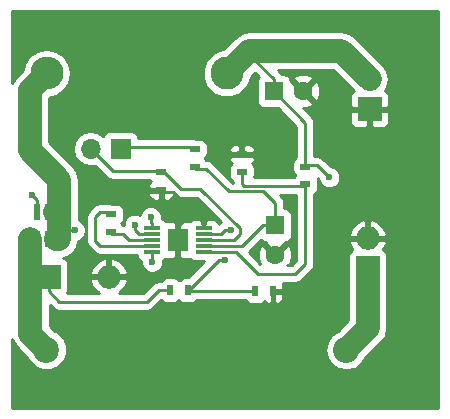
<source format=gbr>
G04 #@! TF.FileFunction,Copper,L1,Top,Signal*
%FSLAX46Y46*%
G04 Gerber Fmt 4.6, Leading zero omitted, Abs format (unit mm)*
G04 Created by KiCad (PCBNEW 4.0.6) date Tuesday, 18 July 2017 'PMt' 23:15:14*
%MOMM*%
%LPD*%
G01*
G04 APERTURE LIST*
%ADD10C,0.100000*%
%ADD11O,1.998980X1.998980*%
%ADD12R,1.998980X1.998980*%
%ADD13R,1.700000X1.700000*%
%ADD14O,1.700000X1.700000*%
%ADD15C,2.200000*%
%ADD16O,2.200000X2.200000*%
%ADD17R,0.600000X1.400000*%
%ADD18R,1.371600X0.330200*%
%ADD19R,1.727200X1.905000*%
%ADD20R,1.600000X1.600000*%
%ADD21C,1.600000*%
%ADD22R,2.000000X2.000000*%
%ADD23O,2.000000X2.000000*%
%ADD24C,2.800000*%
%ADD25O,2.800000X2.800000*%
%ADD26R,0.900000X0.500000*%
%ADD27R,0.500000X0.900000*%
%ADD28C,0.600000*%
%ADD29C,0.250000*%
%ADD30C,2.000000*%
%ADD31C,0.254000*%
G04 APERTURE END LIST*
D10*
D11*
X170810000Y-124950000D03*
D12*
X170810000Y-127490000D03*
D11*
X170960000Y-111480000D03*
D12*
X170960000Y-114020000D03*
D13*
X149880000Y-117370000D03*
D14*
X147340000Y-117370000D03*
D15*
X143600000Y-134400000D03*
D16*
X169000000Y-134400000D03*
D17*
X144700000Y-122705000D03*
X143750000Y-122705000D03*
X142800000Y-122705000D03*
X144700000Y-125035000D03*
X143750000Y-125035000D03*
X142800000Y-125035000D03*
D18*
X156914400Y-126090600D03*
X156914400Y-125608000D03*
X156914400Y-125100000D03*
X156914400Y-124592000D03*
X156914400Y-124109400D03*
X152545600Y-124109400D03*
X152545600Y-124592000D03*
X152545600Y-125100000D03*
X152545600Y-125608000D03*
X152545600Y-126090600D03*
D19*
X154730000Y-125100000D03*
D20*
X162980000Y-123870000D03*
D21*
X162980000Y-126370000D03*
D20*
X162840000Y-112510000D03*
D21*
X165340000Y-112510000D03*
D22*
X143810000Y-128210000D03*
D23*
X148890000Y-128210000D03*
D24*
X158870000Y-111000000D03*
D25*
X143630000Y-111000000D03*
D26*
X165530000Y-120400000D03*
X165530000Y-118900000D03*
X160150000Y-119360000D03*
X160150000Y-117860000D03*
D27*
X154080000Y-129380000D03*
X155580000Y-129380000D03*
D26*
X153320000Y-119380000D03*
X153320000Y-120880000D03*
X156150000Y-118920000D03*
X156150000Y-117420000D03*
D27*
X161290000Y-129440000D03*
X162790000Y-129440000D03*
D26*
X149100000Y-122920000D03*
X149100000Y-124420000D03*
D28*
X161671000Y-118046500D03*
X155818500Y-122809000D03*
X164540000Y-129720000D03*
X152560000Y-126930000D03*
X167550000Y-119795000D03*
X159190000Y-124240000D03*
X158700000Y-126760000D03*
X151070000Y-123810000D03*
X146000000Y-124285000D03*
X152430000Y-123180000D03*
X142380000Y-121335000D03*
D29*
X161970010Y-121000010D02*
X159055010Y-121000010D01*
X159055010Y-121000010D02*
X157125000Y-119070000D01*
X157125000Y-119070000D02*
X156150000Y-119070000D01*
X162980000Y-122010000D02*
X161970010Y-121000010D01*
X162980000Y-123870000D02*
X162980000Y-122010000D01*
X162980000Y-123870000D02*
X161930000Y-123870000D01*
X161930000Y-123870000D02*
X160199501Y-125600499D01*
X157860201Y-125600499D02*
X156914400Y-125600499D01*
X160199501Y-125600499D02*
X157860201Y-125600499D01*
X161334500Y-117710000D02*
X161671000Y-118046500D01*
X160150000Y-117710000D02*
X161334500Y-117710000D01*
X154295000Y-121030000D02*
X156074000Y-122809000D01*
X156074000Y-122809000D02*
X156914400Y-123649400D01*
X154730000Y-125100000D02*
X154730000Y-123897500D01*
X154730000Y-123897500D02*
X155818500Y-122809000D01*
X155818500Y-122809000D02*
X156074000Y-122809000D01*
X153320000Y-121030000D02*
X154295000Y-121030000D01*
X156914400Y-123649400D02*
X156914400Y-124101899D01*
X154730000Y-125100000D02*
X154730000Y-125011100D01*
X153470000Y-121030000D02*
X153320000Y-121030000D01*
X164075000Y-129750000D02*
X164510000Y-129750000D01*
X164510000Y-129750000D02*
X164540000Y-129720000D01*
X162940000Y-129440000D02*
X163765000Y-129440000D01*
X163765000Y-129440000D02*
X164075000Y-129750000D01*
X147740000Y-125200000D02*
X148140499Y-125600499D01*
X148140499Y-125600499D02*
X151599799Y-125600499D01*
X151599799Y-125600499D02*
X152545600Y-125600499D01*
X147740000Y-123155000D02*
X147740000Y-125200000D01*
X149100000Y-122770000D02*
X148125000Y-122770000D01*
X148125000Y-122770000D02*
X147740000Y-123155000D01*
X152560000Y-126930000D02*
X152560000Y-126505736D01*
X152560000Y-126505736D02*
X152545600Y-126491336D01*
X152545600Y-126491336D02*
X152545600Y-126098101D01*
X165530000Y-118750000D02*
X166505000Y-118750000D01*
X166505000Y-118750000D02*
X167550000Y-119795000D01*
X162840000Y-112510000D02*
X162840000Y-111460000D01*
X162840000Y-111460000D02*
X160790000Y-109410000D01*
X160790000Y-109410000D02*
X160790000Y-109080000D01*
X165530000Y-118750000D02*
X165530000Y-115200000D01*
X165530000Y-115200000D02*
X162840000Y-112510000D01*
X149100000Y-124570000D02*
X150075000Y-124570000D01*
X150075000Y-124570000D02*
X150605000Y-125100000D01*
X150605000Y-125100000D02*
X151609800Y-125100000D01*
X151609800Y-125100000D02*
X152545600Y-125100000D01*
D30*
X168560000Y-109080000D02*
X160790000Y-109080000D01*
X160790000Y-109080000D02*
X158870000Y-111000000D01*
X170960000Y-111480000D02*
X168560000Y-109080000D01*
D29*
X159190000Y-124240000D02*
X158765736Y-124240000D01*
X158765736Y-124240000D02*
X158406235Y-124599501D01*
X158406235Y-124599501D02*
X157860201Y-124599501D01*
X157860201Y-124599501D02*
X156914400Y-124599501D01*
X158200000Y-126760000D02*
X158700000Y-126760000D01*
X155730000Y-129380000D02*
X155730000Y-129230000D01*
X155730000Y-129230000D02*
X158200000Y-126760000D01*
X161140000Y-129440000D02*
X155790000Y-129440000D01*
X155790000Y-129440000D02*
X155730000Y-129380000D01*
X143810000Y-128210000D02*
X143810000Y-129460000D01*
X143810000Y-129460000D02*
X144705000Y-130355000D01*
X144705000Y-130355000D02*
X152130000Y-130355000D01*
X152130000Y-130355000D02*
X153105000Y-129380000D01*
X153105000Y-129380000D02*
X153930000Y-129380000D01*
D30*
X142249999Y-133049999D02*
X142249999Y-128310000D01*
X142249999Y-128310000D02*
X142249999Y-126695001D01*
D29*
X143810000Y-128210000D02*
X142560000Y-128210000D01*
X142560000Y-128210000D02*
X142460000Y-128310000D01*
X142460000Y-128310000D02*
X142249999Y-128310000D01*
D30*
X143810000Y-128210000D02*
X143764998Y-128210000D01*
X143600000Y-134400000D02*
X142249999Y-133049999D01*
X142249999Y-126695001D02*
X142249999Y-125035000D01*
D29*
X156150000Y-117270000D02*
X149980000Y-117270000D01*
X149980000Y-117270000D02*
X149880000Y-117370000D01*
X153320000Y-119230000D02*
X149200000Y-119230000D01*
X149200000Y-119230000D02*
X147340000Y-117370000D01*
X155000000Y-120760000D02*
X156635002Y-120760000D01*
X156635002Y-120760000D02*
X159990000Y-124114998D01*
X159990000Y-124114998D02*
X159990000Y-124570000D01*
X156914400Y-125100000D02*
X159460000Y-125100000D01*
X155000000Y-120760000D02*
X153470000Y-119230000D01*
X153470000Y-119230000D02*
X153320000Y-119230000D01*
X159460000Y-125100000D02*
X159990000Y-124570000D01*
D30*
X170810000Y-127490000D02*
X170810000Y-132590000D01*
X170810000Y-132590000D02*
X169000000Y-134400000D01*
D29*
X165530000Y-120550000D02*
X160365000Y-120550000D01*
X160365000Y-120550000D02*
X160150000Y-120335000D01*
X160150000Y-120335000D02*
X160150000Y-119510000D01*
X161530000Y-127990000D02*
X159638101Y-126098101D01*
X159638101Y-126098101D02*
X157860201Y-126098101D01*
X157860201Y-126098101D02*
X156914400Y-126098101D01*
X164690000Y-127990000D02*
X161530000Y-127990000D01*
X165530000Y-127150000D02*
X164690000Y-127990000D01*
X165530000Y-120550000D02*
X165530000Y-127150000D01*
X146000000Y-124285000D02*
X145450000Y-124285000D01*
X145450000Y-124285000D02*
X144700000Y-125035000D01*
D30*
X144700000Y-125035000D02*
X144450009Y-125035000D01*
X144700000Y-122705000D02*
X144700000Y-125035000D01*
X144700000Y-122705000D02*
X144300001Y-122705000D01*
X142230001Y-117528501D02*
X144700000Y-119998500D01*
X144700000Y-119998500D02*
X144700000Y-122705000D01*
X143630000Y-111000000D02*
X142230001Y-112399999D01*
X142230001Y-112399999D02*
X142230001Y-117528501D01*
D29*
X151070000Y-123810000D02*
X151070000Y-124234264D01*
X151070000Y-124234264D02*
X151435237Y-124599501D01*
X151435237Y-124599501D02*
X151599799Y-124599501D01*
X151599799Y-124599501D02*
X152545600Y-124599501D01*
X152430000Y-123180000D02*
X152430000Y-123604264D01*
X152430000Y-123604264D02*
X152545600Y-123719864D01*
X152545600Y-123719864D02*
X152545600Y-124101899D01*
X142800000Y-122705000D02*
X142800000Y-121755000D01*
X142800000Y-121755000D02*
X142380000Y-121335000D01*
D31*
G36*
X176790000Y-139290000D02*
X140710000Y-139290000D01*
X140710000Y-133527603D01*
X140739456Y-133675687D01*
X141093879Y-134206119D01*
X142029002Y-135141241D01*
X142128281Y-135381515D01*
X142615918Y-135870004D01*
X143253373Y-136134699D01*
X143943599Y-136135301D01*
X144581515Y-135871719D01*
X145070004Y-135384082D01*
X145334699Y-134746627D01*
X145335001Y-134400000D01*
X167231009Y-134400000D01*
X167363078Y-135063956D01*
X167739179Y-135626830D01*
X168302053Y-136002931D01*
X168966009Y-136135000D01*
X169033991Y-136135000D01*
X169697947Y-136002931D01*
X170260821Y-135626830D01*
X170614043Y-135098197D01*
X171966117Y-133746122D01*
X171966120Y-133746120D01*
X172320543Y-133215687D01*
X172329000Y-133173170D01*
X172445001Y-132590000D01*
X172445000Y-132589995D01*
X172445000Y-128548402D01*
X172456930Y-128489490D01*
X172456930Y-126490510D01*
X172412652Y-126255193D01*
X172273580Y-126039069D01*
X172112351Y-125928906D01*
X172133068Y-125909726D01*
X172399627Y-125330355D01*
X172280807Y-125077000D01*
X170937000Y-125077000D01*
X170937000Y-125097000D01*
X170683000Y-125097000D01*
X170683000Y-125077000D01*
X169339193Y-125077000D01*
X169220373Y-125330355D01*
X169486932Y-125909726D01*
X169508863Y-125930030D01*
X169359069Y-126026420D01*
X169214079Y-126238620D01*
X169163070Y-126490510D01*
X169163070Y-128489490D01*
X169175000Y-128552892D01*
X169175000Y-131912761D01*
X168267812Y-132819948D01*
X167739179Y-133173170D01*
X167363078Y-133736044D01*
X167231009Y-134400000D01*
X145335001Y-134400000D01*
X145335301Y-134056401D01*
X145071719Y-133418485D01*
X144584082Y-132929996D01*
X144341511Y-132829271D01*
X143884999Y-132372759D01*
X143884999Y-130609801D01*
X144167599Y-130892401D01*
X144414161Y-131057148D01*
X144705000Y-131115000D01*
X152130000Y-131115000D01*
X152420839Y-131057148D01*
X152667401Y-130892401D01*
X153331631Y-130228171D01*
X153365910Y-130281441D01*
X153578110Y-130426431D01*
X153830000Y-130477440D01*
X154330000Y-130477440D01*
X154565317Y-130433162D01*
X154781441Y-130294090D01*
X154829134Y-130224289D01*
X154865910Y-130281441D01*
X155078110Y-130426431D01*
X155330000Y-130477440D01*
X155830000Y-130477440D01*
X156065317Y-130433162D01*
X156281441Y-130294090D01*
X156345730Y-130200000D01*
X160484895Y-130200000D01*
X160575910Y-130341441D01*
X160788110Y-130486431D01*
X161040000Y-130537440D01*
X161540000Y-130537440D01*
X161775317Y-130493162D01*
X161991441Y-130354090D01*
X162037969Y-130285994D01*
X162180302Y-130428327D01*
X162413691Y-130525000D01*
X162506250Y-130525000D01*
X162665000Y-130366250D01*
X162665000Y-129567000D01*
X162915000Y-129567000D01*
X162915000Y-130366250D01*
X163073750Y-130525000D01*
X163166309Y-130525000D01*
X163399698Y-130428327D01*
X163578327Y-130249699D01*
X163675000Y-130016310D01*
X163675000Y-129725750D01*
X163516250Y-129567000D01*
X162915000Y-129567000D01*
X162665000Y-129567000D01*
X162643000Y-129567000D01*
X162643000Y-129313000D01*
X162665000Y-129313000D01*
X162665000Y-129293000D01*
X162915000Y-129293000D01*
X162915000Y-129313000D01*
X163516250Y-129313000D01*
X163675000Y-129154250D01*
X163675000Y-128863690D01*
X163627908Y-128750000D01*
X164690000Y-128750000D01*
X164980839Y-128692148D01*
X165227401Y-128527401D01*
X166067401Y-127687401D01*
X166232148Y-127440840D01*
X166290000Y-127150000D01*
X166290000Y-124569645D01*
X169220373Y-124569645D01*
X169339193Y-124823000D01*
X170683000Y-124823000D01*
X170683000Y-123479735D01*
X170937000Y-123479735D01*
X170937000Y-124823000D01*
X172280807Y-124823000D01*
X172399627Y-124569645D01*
X172133068Y-123990274D01*
X171665084Y-123557013D01*
X171190354Y-123360381D01*
X170937000Y-123479735D01*
X170683000Y-123479735D01*
X170429646Y-123360381D01*
X169954916Y-123557013D01*
X169486932Y-123990274D01*
X169220373Y-124569645D01*
X166290000Y-124569645D01*
X166290000Y-121205105D01*
X166431441Y-121114090D01*
X166576431Y-120901890D01*
X166627440Y-120650000D01*
X166627440Y-120150000D01*
X166583162Y-119914683D01*
X166562010Y-119881812D01*
X166614878Y-119934680D01*
X166614838Y-119980167D01*
X166756883Y-120323943D01*
X167019673Y-120587192D01*
X167363201Y-120729838D01*
X167735167Y-120730162D01*
X168078943Y-120588117D01*
X168342192Y-120325327D01*
X168484838Y-119981799D01*
X168485162Y-119609833D01*
X168343117Y-119266057D01*
X168080327Y-119002808D01*
X167736799Y-118860162D01*
X167689923Y-118860121D01*
X167042401Y-118212599D01*
X166795839Y-118047852D01*
X166505000Y-117990000D01*
X166290000Y-117990000D01*
X166290000Y-115200000D01*
X166232148Y-114909161D01*
X166067401Y-114662599D01*
X165710552Y-114305750D01*
X169325510Y-114305750D01*
X169325510Y-115145799D01*
X169422183Y-115379188D01*
X169600811Y-115557817D01*
X169834200Y-115654490D01*
X170674250Y-115654490D01*
X170833000Y-115495740D01*
X170833000Y-114147000D01*
X171087000Y-114147000D01*
X171087000Y-115495740D01*
X171245750Y-115654490D01*
X172085800Y-115654490D01*
X172319189Y-115557817D01*
X172497817Y-115379188D01*
X172594490Y-115145799D01*
X172594490Y-114305750D01*
X172435740Y-114147000D01*
X171087000Y-114147000D01*
X170833000Y-114147000D01*
X169484260Y-114147000D01*
X169325510Y-114305750D01*
X165710552Y-114305750D01*
X165350911Y-113946109D01*
X165693454Y-113929778D01*
X166094005Y-113763864D01*
X166168139Y-113517745D01*
X165340000Y-112689605D01*
X165325858Y-112703748D01*
X165146252Y-112524142D01*
X165160395Y-112510000D01*
X165519605Y-112510000D01*
X166347745Y-113338139D01*
X166593864Y-113264005D01*
X166786965Y-112726777D01*
X166759778Y-112156546D01*
X166593864Y-111755995D01*
X166347745Y-111681861D01*
X165519605Y-112510000D01*
X165160395Y-112510000D01*
X164332255Y-111681861D01*
X164284833Y-111696145D01*
X164248351Y-111502255D01*
X164511861Y-111502255D01*
X165340000Y-112330395D01*
X166168139Y-111502255D01*
X166094005Y-111256136D01*
X165556777Y-111063035D01*
X164986546Y-111090222D01*
X164585995Y-111256136D01*
X164511861Y-111502255D01*
X164248351Y-111502255D01*
X164243162Y-111474683D01*
X164104090Y-111258559D01*
X163891890Y-111113569D01*
X163640000Y-111062560D01*
X163470920Y-111062560D01*
X163377401Y-110922599D01*
X163169802Y-110715000D01*
X167882760Y-110715000D01*
X169635553Y-112467792D01*
X169600811Y-112482183D01*
X169422183Y-112660812D01*
X169325510Y-112894201D01*
X169325510Y-113734250D01*
X169484260Y-113893000D01*
X170833000Y-113893000D01*
X170833000Y-113873000D01*
X171087000Y-113873000D01*
X171087000Y-113893000D01*
X172435740Y-113893000D01*
X172594490Y-113734250D01*
X172594490Y-112894201D01*
X172497817Y-112660812D01*
X172319189Y-112482183D01*
X172256987Y-112456418D01*
X172470072Y-112137514D01*
X172594490Y-111512022D01*
X172594490Y-111482569D01*
X172595001Y-111480000D01*
X172594490Y-111477431D01*
X172594490Y-111447978D01*
X172470072Y-110822486D01*
X172115759Y-110292219D01*
X172021428Y-110229189D01*
X169716120Y-107923880D01*
X169185688Y-107569457D01*
X168560000Y-107444999D01*
X168559995Y-107445000D01*
X160790005Y-107445000D01*
X160790000Y-107444999D01*
X160164312Y-107569457D01*
X159633880Y-107923880D01*
X158593002Y-108964758D01*
X158466989Y-108964648D01*
X157718771Y-109273805D01*
X157145817Y-109845760D01*
X156835354Y-110593438D01*
X156834648Y-111403011D01*
X157143805Y-112151229D01*
X157715760Y-112724183D01*
X158463438Y-113034646D01*
X159273011Y-113035352D01*
X160021229Y-112726195D01*
X160594183Y-112154240D01*
X160904646Y-111406562D01*
X160904759Y-111277481D01*
X161243719Y-110938521D01*
X161573357Y-111268159D01*
X161443569Y-111458110D01*
X161392560Y-111710000D01*
X161392560Y-113310000D01*
X161436838Y-113545317D01*
X161575910Y-113761441D01*
X161788110Y-113906431D01*
X162040000Y-113957440D01*
X163212638Y-113957440D01*
X164770000Y-115514802D01*
X164770000Y-118094895D01*
X164628559Y-118185910D01*
X164483569Y-118398110D01*
X164432560Y-118650000D01*
X164432560Y-119150000D01*
X164476838Y-119385317D01*
X164615910Y-119601441D01*
X164685711Y-119649134D01*
X164628559Y-119685910D01*
X164557437Y-119790000D01*
X161210989Y-119790000D01*
X161247440Y-119610000D01*
X161247440Y-119110000D01*
X161203162Y-118874683D01*
X161064090Y-118658559D01*
X160995994Y-118612031D01*
X161138327Y-118469698D01*
X161235000Y-118236309D01*
X161235000Y-118143750D01*
X161076250Y-117985000D01*
X160277000Y-117985000D01*
X160277000Y-118007000D01*
X160023000Y-118007000D01*
X160023000Y-117985000D01*
X159223750Y-117985000D01*
X159065000Y-118143750D01*
X159065000Y-118236309D01*
X159161673Y-118469698D01*
X159302910Y-118610936D01*
X159248559Y-118645910D01*
X159103569Y-118858110D01*
X159052560Y-119110000D01*
X159052560Y-119610000D01*
X159096838Y-119845317D01*
X159235910Y-120061441D01*
X159390000Y-120166726D01*
X159390000Y-120240010D01*
X159369812Y-120240010D01*
X157662401Y-118532599D01*
X157415839Y-118367852D01*
X157125000Y-118310000D01*
X157122931Y-118310000D01*
X157064090Y-118218559D01*
X156994289Y-118170866D01*
X157051441Y-118134090D01*
X157196431Y-117921890D01*
X157247440Y-117670000D01*
X157247440Y-117483691D01*
X159065000Y-117483691D01*
X159065000Y-117576250D01*
X159223750Y-117735000D01*
X160023000Y-117735000D01*
X160023000Y-117133750D01*
X160277000Y-117133750D01*
X160277000Y-117735000D01*
X161076250Y-117735000D01*
X161235000Y-117576250D01*
X161235000Y-117483691D01*
X161138327Y-117250302D01*
X160959699Y-117071673D01*
X160726310Y-116975000D01*
X160435750Y-116975000D01*
X160277000Y-117133750D01*
X160023000Y-117133750D01*
X159864250Y-116975000D01*
X159573690Y-116975000D01*
X159340301Y-117071673D01*
X159161673Y-117250302D01*
X159065000Y-117483691D01*
X157247440Y-117483691D01*
X157247440Y-117170000D01*
X157203162Y-116934683D01*
X157064090Y-116718559D01*
X156851890Y-116573569D01*
X156600000Y-116522560D01*
X156213143Y-116522560D01*
X156150000Y-116510000D01*
X151375558Y-116510000D01*
X151333162Y-116284683D01*
X151194090Y-116068559D01*
X150981890Y-115923569D01*
X150730000Y-115872560D01*
X149030000Y-115872560D01*
X148794683Y-115916838D01*
X148578559Y-116055910D01*
X148433569Y-116268110D01*
X148419914Y-116335541D01*
X148390054Y-116290853D01*
X147908285Y-115968946D01*
X147340000Y-115855907D01*
X146771715Y-115968946D01*
X146289946Y-116290853D01*
X145968039Y-116772622D01*
X145855000Y-117340907D01*
X145855000Y-117399093D01*
X145968039Y-117967378D01*
X146289946Y-118449147D01*
X146771715Y-118771054D01*
X147340000Y-118884093D01*
X147706408Y-118811210D01*
X148662599Y-119767401D01*
X148909160Y-119932148D01*
X149200000Y-119990000D01*
X152347069Y-119990000D01*
X152405910Y-120081441D01*
X152474006Y-120127969D01*
X152331673Y-120270302D01*
X152235000Y-120503691D01*
X152235000Y-120596250D01*
X152393750Y-120755000D01*
X153193000Y-120755000D01*
X153193000Y-120733000D01*
X153447000Y-120733000D01*
X153447000Y-120755000D01*
X153467000Y-120755000D01*
X153467000Y-121005000D01*
X153447000Y-121005000D01*
X153447000Y-121606250D01*
X153605750Y-121765000D01*
X153896310Y-121765000D01*
X154129699Y-121668327D01*
X154308327Y-121489698D01*
X154405000Y-121256309D01*
X154405000Y-121239802D01*
X154462599Y-121297401D01*
X154709161Y-121462148D01*
X155000000Y-121520000D01*
X156320200Y-121520000D01*
X158392864Y-123592664D01*
X158228335Y-123702599D01*
X158199392Y-123731542D01*
X158138527Y-123584601D01*
X157959898Y-123405973D01*
X157726509Y-123309300D01*
X157200150Y-123309300D01*
X157041400Y-123468050D01*
X157041400Y-123779460D01*
X156787400Y-123779460D01*
X156787400Y-123468050D01*
X156628650Y-123309300D01*
X156102291Y-123309300D01*
X155868902Y-123405973D01*
X155749937Y-123524938D01*
X155719909Y-123512500D01*
X155015750Y-123512500D01*
X154857000Y-123671250D01*
X154857000Y-124973000D01*
X154877000Y-124973000D01*
X154877000Y-125227000D01*
X154857000Y-125227000D01*
X154857000Y-126528750D01*
X155015750Y-126687500D01*
X155719909Y-126687500D01*
X155745145Y-126677047D01*
X155764510Y-126707141D01*
X155976710Y-126852131D01*
X156228600Y-126903140D01*
X156982057Y-126903140D01*
X155602638Y-128282560D01*
X155330000Y-128282560D01*
X155094683Y-128326838D01*
X154878559Y-128465910D01*
X154830866Y-128535711D01*
X154794090Y-128478559D01*
X154581890Y-128333569D01*
X154330000Y-128282560D01*
X153830000Y-128282560D01*
X153594683Y-128326838D01*
X153378559Y-128465910D01*
X153273274Y-128620000D01*
X153105000Y-128620000D01*
X152814160Y-128677852D01*
X152567599Y-128842599D01*
X151815198Y-129595000D01*
X149716325Y-129595000D01*
X149849994Y-129533505D01*
X150283402Y-129065385D01*
X150480124Y-128590434D01*
X150360777Y-128337000D01*
X149017000Y-128337000D01*
X149017000Y-128357000D01*
X148763000Y-128357000D01*
X148763000Y-128337000D01*
X147419223Y-128337000D01*
X147299876Y-128590434D01*
X147496598Y-129065385D01*
X147930006Y-129533505D01*
X148063675Y-129595000D01*
X145315481Y-129595000D01*
X145406431Y-129461890D01*
X145457440Y-129210000D01*
X145457440Y-127829566D01*
X147299876Y-127829566D01*
X147419223Y-128083000D01*
X148763000Y-128083000D01*
X148763000Y-126738681D01*
X149017000Y-126738681D01*
X149017000Y-128083000D01*
X150360777Y-128083000D01*
X150480124Y-127829566D01*
X150283402Y-127354615D01*
X149849994Y-126886495D01*
X149270435Y-126619867D01*
X149017000Y-126738681D01*
X148763000Y-126738681D01*
X148509565Y-126619867D01*
X147930006Y-126886495D01*
X147496598Y-127354615D01*
X147299876Y-127829566D01*
X145457440Y-127829566D01*
X145457440Y-127210000D01*
X145413162Y-126974683D01*
X145274090Y-126758559D01*
X145061890Y-126613569D01*
X145023144Y-126605723D01*
X145325687Y-126545543D01*
X145856120Y-126191120D01*
X146210543Y-125660687D01*
X146308288Y-125169290D01*
X146528943Y-125078117D01*
X146792192Y-124815327D01*
X146934838Y-124471799D01*
X146935162Y-124099833D01*
X146793117Y-123756057D01*
X146530327Y-123492808D01*
X146335000Y-123411701D01*
X146335000Y-123155000D01*
X146980000Y-123155000D01*
X146980000Y-125200000D01*
X147037852Y-125490839D01*
X147202599Y-125737401D01*
X147603098Y-126137900D01*
X147849660Y-126302647D01*
X148140499Y-126360499D01*
X151232079Y-126360499D01*
X151256638Y-126491017D01*
X151395710Y-126707141D01*
X151607910Y-126852131D01*
X151625064Y-126855605D01*
X151624838Y-127115167D01*
X151766883Y-127458943D01*
X152029673Y-127722192D01*
X152373201Y-127864838D01*
X152745167Y-127865162D01*
X153088943Y-127723117D01*
X153352192Y-127460327D01*
X153494838Y-127116799D01*
X153495079Y-126840612D01*
X153682841Y-126719790D01*
X153712666Y-126676140D01*
X153740091Y-126687500D01*
X154444250Y-126687500D01*
X154603000Y-126528750D01*
X154603000Y-125227000D01*
X154583000Y-125227000D01*
X154583000Y-124973000D01*
X154603000Y-124973000D01*
X154603000Y-123671250D01*
X154444250Y-123512500D01*
X153740091Y-123512500D01*
X153714855Y-123522953D01*
X153695490Y-123492859D01*
X153483290Y-123347869D01*
X153364875Y-123323889D01*
X153365162Y-122994833D01*
X153223117Y-122651057D01*
X152960327Y-122387808D01*
X152616799Y-122245162D01*
X152244833Y-122244838D01*
X151901057Y-122386883D01*
X151637808Y-122649673D01*
X151501913Y-122976943D01*
X151256799Y-122875162D01*
X150884833Y-122874838D01*
X150541057Y-123016883D01*
X150277808Y-123279673D01*
X150135162Y-123623201D01*
X150134989Y-123821933D01*
X150075000Y-123810000D01*
X150072931Y-123810000D01*
X150014090Y-123718559D01*
X149944289Y-123670866D01*
X150001441Y-123634090D01*
X150146431Y-123421890D01*
X150197440Y-123170000D01*
X150197440Y-122670000D01*
X150153162Y-122434683D01*
X150014090Y-122218559D01*
X149801890Y-122073569D01*
X149550000Y-122022560D01*
X149163143Y-122022560D01*
X149100000Y-122010000D01*
X148125000Y-122010000D01*
X147834160Y-122067852D01*
X147587599Y-122232599D01*
X147202599Y-122617599D01*
X147037852Y-122864161D01*
X146980000Y-123155000D01*
X146335000Y-123155000D01*
X146335000Y-121163750D01*
X152235000Y-121163750D01*
X152235000Y-121256309D01*
X152331673Y-121489698D01*
X152510301Y-121668327D01*
X152743690Y-121765000D01*
X153034250Y-121765000D01*
X153193000Y-121606250D01*
X153193000Y-121005000D01*
X152393750Y-121005000D01*
X152235000Y-121163750D01*
X146335000Y-121163750D01*
X146335000Y-119998505D01*
X146335001Y-119998500D01*
X146210543Y-119372812D01*
X145856120Y-118842380D01*
X143865001Y-116851261D01*
X143865001Y-113077239D01*
X143966180Y-112976060D01*
X144448629Y-112880095D01*
X145108830Y-112438962D01*
X145549963Y-111778761D01*
X145704868Y-111000000D01*
X145549963Y-110221239D01*
X145108830Y-109561038D01*
X144448629Y-109119905D01*
X143669868Y-108965000D01*
X143590132Y-108965000D01*
X142811371Y-109119905D01*
X142151170Y-109561038D01*
X141710037Y-110221239D01*
X141614072Y-110703688D01*
X141073881Y-111243879D01*
X140719458Y-111774311D01*
X140710000Y-111821859D01*
X140710000Y-105710000D01*
X176790000Y-105710000D01*
X176790000Y-139290000D01*
X176790000Y-139290000D01*
G37*
X176790000Y-139290000D02*
X140710000Y-139290000D01*
X140710000Y-133527603D01*
X140739456Y-133675687D01*
X141093879Y-134206119D01*
X142029002Y-135141241D01*
X142128281Y-135381515D01*
X142615918Y-135870004D01*
X143253373Y-136134699D01*
X143943599Y-136135301D01*
X144581515Y-135871719D01*
X145070004Y-135384082D01*
X145334699Y-134746627D01*
X145335001Y-134400000D01*
X167231009Y-134400000D01*
X167363078Y-135063956D01*
X167739179Y-135626830D01*
X168302053Y-136002931D01*
X168966009Y-136135000D01*
X169033991Y-136135000D01*
X169697947Y-136002931D01*
X170260821Y-135626830D01*
X170614043Y-135098197D01*
X171966117Y-133746122D01*
X171966120Y-133746120D01*
X172320543Y-133215687D01*
X172329000Y-133173170D01*
X172445001Y-132590000D01*
X172445000Y-132589995D01*
X172445000Y-128548402D01*
X172456930Y-128489490D01*
X172456930Y-126490510D01*
X172412652Y-126255193D01*
X172273580Y-126039069D01*
X172112351Y-125928906D01*
X172133068Y-125909726D01*
X172399627Y-125330355D01*
X172280807Y-125077000D01*
X170937000Y-125077000D01*
X170937000Y-125097000D01*
X170683000Y-125097000D01*
X170683000Y-125077000D01*
X169339193Y-125077000D01*
X169220373Y-125330355D01*
X169486932Y-125909726D01*
X169508863Y-125930030D01*
X169359069Y-126026420D01*
X169214079Y-126238620D01*
X169163070Y-126490510D01*
X169163070Y-128489490D01*
X169175000Y-128552892D01*
X169175000Y-131912761D01*
X168267812Y-132819948D01*
X167739179Y-133173170D01*
X167363078Y-133736044D01*
X167231009Y-134400000D01*
X145335001Y-134400000D01*
X145335301Y-134056401D01*
X145071719Y-133418485D01*
X144584082Y-132929996D01*
X144341511Y-132829271D01*
X143884999Y-132372759D01*
X143884999Y-130609801D01*
X144167599Y-130892401D01*
X144414161Y-131057148D01*
X144705000Y-131115000D01*
X152130000Y-131115000D01*
X152420839Y-131057148D01*
X152667401Y-130892401D01*
X153331631Y-130228171D01*
X153365910Y-130281441D01*
X153578110Y-130426431D01*
X153830000Y-130477440D01*
X154330000Y-130477440D01*
X154565317Y-130433162D01*
X154781441Y-130294090D01*
X154829134Y-130224289D01*
X154865910Y-130281441D01*
X155078110Y-130426431D01*
X155330000Y-130477440D01*
X155830000Y-130477440D01*
X156065317Y-130433162D01*
X156281441Y-130294090D01*
X156345730Y-130200000D01*
X160484895Y-130200000D01*
X160575910Y-130341441D01*
X160788110Y-130486431D01*
X161040000Y-130537440D01*
X161540000Y-130537440D01*
X161775317Y-130493162D01*
X161991441Y-130354090D01*
X162037969Y-130285994D01*
X162180302Y-130428327D01*
X162413691Y-130525000D01*
X162506250Y-130525000D01*
X162665000Y-130366250D01*
X162665000Y-129567000D01*
X162915000Y-129567000D01*
X162915000Y-130366250D01*
X163073750Y-130525000D01*
X163166309Y-130525000D01*
X163399698Y-130428327D01*
X163578327Y-130249699D01*
X163675000Y-130016310D01*
X163675000Y-129725750D01*
X163516250Y-129567000D01*
X162915000Y-129567000D01*
X162665000Y-129567000D01*
X162643000Y-129567000D01*
X162643000Y-129313000D01*
X162665000Y-129313000D01*
X162665000Y-129293000D01*
X162915000Y-129293000D01*
X162915000Y-129313000D01*
X163516250Y-129313000D01*
X163675000Y-129154250D01*
X163675000Y-128863690D01*
X163627908Y-128750000D01*
X164690000Y-128750000D01*
X164980839Y-128692148D01*
X165227401Y-128527401D01*
X166067401Y-127687401D01*
X166232148Y-127440840D01*
X166290000Y-127150000D01*
X166290000Y-124569645D01*
X169220373Y-124569645D01*
X169339193Y-124823000D01*
X170683000Y-124823000D01*
X170683000Y-123479735D01*
X170937000Y-123479735D01*
X170937000Y-124823000D01*
X172280807Y-124823000D01*
X172399627Y-124569645D01*
X172133068Y-123990274D01*
X171665084Y-123557013D01*
X171190354Y-123360381D01*
X170937000Y-123479735D01*
X170683000Y-123479735D01*
X170429646Y-123360381D01*
X169954916Y-123557013D01*
X169486932Y-123990274D01*
X169220373Y-124569645D01*
X166290000Y-124569645D01*
X166290000Y-121205105D01*
X166431441Y-121114090D01*
X166576431Y-120901890D01*
X166627440Y-120650000D01*
X166627440Y-120150000D01*
X166583162Y-119914683D01*
X166562010Y-119881812D01*
X166614878Y-119934680D01*
X166614838Y-119980167D01*
X166756883Y-120323943D01*
X167019673Y-120587192D01*
X167363201Y-120729838D01*
X167735167Y-120730162D01*
X168078943Y-120588117D01*
X168342192Y-120325327D01*
X168484838Y-119981799D01*
X168485162Y-119609833D01*
X168343117Y-119266057D01*
X168080327Y-119002808D01*
X167736799Y-118860162D01*
X167689923Y-118860121D01*
X167042401Y-118212599D01*
X166795839Y-118047852D01*
X166505000Y-117990000D01*
X166290000Y-117990000D01*
X166290000Y-115200000D01*
X166232148Y-114909161D01*
X166067401Y-114662599D01*
X165710552Y-114305750D01*
X169325510Y-114305750D01*
X169325510Y-115145799D01*
X169422183Y-115379188D01*
X169600811Y-115557817D01*
X169834200Y-115654490D01*
X170674250Y-115654490D01*
X170833000Y-115495740D01*
X170833000Y-114147000D01*
X171087000Y-114147000D01*
X171087000Y-115495740D01*
X171245750Y-115654490D01*
X172085800Y-115654490D01*
X172319189Y-115557817D01*
X172497817Y-115379188D01*
X172594490Y-115145799D01*
X172594490Y-114305750D01*
X172435740Y-114147000D01*
X171087000Y-114147000D01*
X170833000Y-114147000D01*
X169484260Y-114147000D01*
X169325510Y-114305750D01*
X165710552Y-114305750D01*
X165350911Y-113946109D01*
X165693454Y-113929778D01*
X166094005Y-113763864D01*
X166168139Y-113517745D01*
X165340000Y-112689605D01*
X165325858Y-112703748D01*
X165146252Y-112524142D01*
X165160395Y-112510000D01*
X165519605Y-112510000D01*
X166347745Y-113338139D01*
X166593864Y-113264005D01*
X166786965Y-112726777D01*
X166759778Y-112156546D01*
X166593864Y-111755995D01*
X166347745Y-111681861D01*
X165519605Y-112510000D01*
X165160395Y-112510000D01*
X164332255Y-111681861D01*
X164284833Y-111696145D01*
X164248351Y-111502255D01*
X164511861Y-111502255D01*
X165340000Y-112330395D01*
X166168139Y-111502255D01*
X166094005Y-111256136D01*
X165556777Y-111063035D01*
X164986546Y-111090222D01*
X164585995Y-111256136D01*
X164511861Y-111502255D01*
X164248351Y-111502255D01*
X164243162Y-111474683D01*
X164104090Y-111258559D01*
X163891890Y-111113569D01*
X163640000Y-111062560D01*
X163470920Y-111062560D01*
X163377401Y-110922599D01*
X163169802Y-110715000D01*
X167882760Y-110715000D01*
X169635553Y-112467792D01*
X169600811Y-112482183D01*
X169422183Y-112660812D01*
X169325510Y-112894201D01*
X169325510Y-113734250D01*
X169484260Y-113893000D01*
X170833000Y-113893000D01*
X170833000Y-113873000D01*
X171087000Y-113873000D01*
X171087000Y-113893000D01*
X172435740Y-113893000D01*
X172594490Y-113734250D01*
X172594490Y-112894201D01*
X172497817Y-112660812D01*
X172319189Y-112482183D01*
X172256987Y-112456418D01*
X172470072Y-112137514D01*
X172594490Y-111512022D01*
X172594490Y-111482569D01*
X172595001Y-111480000D01*
X172594490Y-111477431D01*
X172594490Y-111447978D01*
X172470072Y-110822486D01*
X172115759Y-110292219D01*
X172021428Y-110229189D01*
X169716120Y-107923880D01*
X169185688Y-107569457D01*
X168560000Y-107444999D01*
X168559995Y-107445000D01*
X160790005Y-107445000D01*
X160790000Y-107444999D01*
X160164312Y-107569457D01*
X159633880Y-107923880D01*
X158593002Y-108964758D01*
X158466989Y-108964648D01*
X157718771Y-109273805D01*
X157145817Y-109845760D01*
X156835354Y-110593438D01*
X156834648Y-111403011D01*
X157143805Y-112151229D01*
X157715760Y-112724183D01*
X158463438Y-113034646D01*
X159273011Y-113035352D01*
X160021229Y-112726195D01*
X160594183Y-112154240D01*
X160904646Y-111406562D01*
X160904759Y-111277481D01*
X161243719Y-110938521D01*
X161573357Y-111268159D01*
X161443569Y-111458110D01*
X161392560Y-111710000D01*
X161392560Y-113310000D01*
X161436838Y-113545317D01*
X161575910Y-113761441D01*
X161788110Y-113906431D01*
X162040000Y-113957440D01*
X163212638Y-113957440D01*
X164770000Y-115514802D01*
X164770000Y-118094895D01*
X164628559Y-118185910D01*
X164483569Y-118398110D01*
X164432560Y-118650000D01*
X164432560Y-119150000D01*
X164476838Y-119385317D01*
X164615910Y-119601441D01*
X164685711Y-119649134D01*
X164628559Y-119685910D01*
X164557437Y-119790000D01*
X161210989Y-119790000D01*
X161247440Y-119610000D01*
X161247440Y-119110000D01*
X161203162Y-118874683D01*
X161064090Y-118658559D01*
X160995994Y-118612031D01*
X161138327Y-118469698D01*
X161235000Y-118236309D01*
X161235000Y-118143750D01*
X161076250Y-117985000D01*
X160277000Y-117985000D01*
X160277000Y-118007000D01*
X160023000Y-118007000D01*
X160023000Y-117985000D01*
X159223750Y-117985000D01*
X159065000Y-118143750D01*
X159065000Y-118236309D01*
X159161673Y-118469698D01*
X159302910Y-118610936D01*
X159248559Y-118645910D01*
X159103569Y-118858110D01*
X159052560Y-119110000D01*
X159052560Y-119610000D01*
X159096838Y-119845317D01*
X159235910Y-120061441D01*
X159390000Y-120166726D01*
X159390000Y-120240010D01*
X159369812Y-120240010D01*
X157662401Y-118532599D01*
X157415839Y-118367852D01*
X157125000Y-118310000D01*
X157122931Y-118310000D01*
X157064090Y-118218559D01*
X156994289Y-118170866D01*
X157051441Y-118134090D01*
X157196431Y-117921890D01*
X157247440Y-117670000D01*
X157247440Y-117483691D01*
X159065000Y-117483691D01*
X159065000Y-117576250D01*
X159223750Y-117735000D01*
X160023000Y-117735000D01*
X160023000Y-117133750D01*
X160277000Y-117133750D01*
X160277000Y-117735000D01*
X161076250Y-117735000D01*
X161235000Y-117576250D01*
X161235000Y-117483691D01*
X161138327Y-117250302D01*
X160959699Y-117071673D01*
X160726310Y-116975000D01*
X160435750Y-116975000D01*
X160277000Y-117133750D01*
X160023000Y-117133750D01*
X159864250Y-116975000D01*
X159573690Y-116975000D01*
X159340301Y-117071673D01*
X159161673Y-117250302D01*
X159065000Y-117483691D01*
X157247440Y-117483691D01*
X157247440Y-117170000D01*
X157203162Y-116934683D01*
X157064090Y-116718559D01*
X156851890Y-116573569D01*
X156600000Y-116522560D01*
X156213143Y-116522560D01*
X156150000Y-116510000D01*
X151375558Y-116510000D01*
X151333162Y-116284683D01*
X151194090Y-116068559D01*
X150981890Y-115923569D01*
X150730000Y-115872560D01*
X149030000Y-115872560D01*
X148794683Y-115916838D01*
X148578559Y-116055910D01*
X148433569Y-116268110D01*
X148419914Y-116335541D01*
X148390054Y-116290853D01*
X147908285Y-115968946D01*
X147340000Y-115855907D01*
X146771715Y-115968946D01*
X146289946Y-116290853D01*
X145968039Y-116772622D01*
X145855000Y-117340907D01*
X145855000Y-117399093D01*
X145968039Y-117967378D01*
X146289946Y-118449147D01*
X146771715Y-118771054D01*
X147340000Y-118884093D01*
X147706408Y-118811210D01*
X148662599Y-119767401D01*
X148909160Y-119932148D01*
X149200000Y-119990000D01*
X152347069Y-119990000D01*
X152405910Y-120081441D01*
X152474006Y-120127969D01*
X152331673Y-120270302D01*
X152235000Y-120503691D01*
X152235000Y-120596250D01*
X152393750Y-120755000D01*
X153193000Y-120755000D01*
X153193000Y-120733000D01*
X153447000Y-120733000D01*
X153447000Y-120755000D01*
X153467000Y-120755000D01*
X153467000Y-121005000D01*
X153447000Y-121005000D01*
X153447000Y-121606250D01*
X153605750Y-121765000D01*
X153896310Y-121765000D01*
X154129699Y-121668327D01*
X154308327Y-121489698D01*
X154405000Y-121256309D01*
X154405000Y-121239802D01*
X154462599Y-121297401D01*
X154709161Y-121462148D01*
X155000000Y-121520000D01*
X156320200Y-121520000D01*
X158392864Y-123592664D01*
X158228335Y-123702599D01*
X158199392Y-123731542D01*
X158138527Y-123584601D01*
X157959898Y-123405973D01*
X157726509Y-123309300D01*
X157200150Y-123309300D01*
X157041400Y-123468050D01*
X157041400Y-123779460D01*
X156787400Y-123779460D01*
X156787400Y-123468050D01*
X156628650Y-123309300D01*
X156102291Y-123309300D01*
X155868902Y-123405973D01*
X155749937Y-123524938D01*
X155719909Y-123512500D01*
X155015750Y-123512500D01*
X154857000Y-123671250D01*
X154857000Y-124973000D01*
X154877000Y-124973000D01*
X154877000Y-125227000D01*
X154857000Y-125227000D01*
X154857000Y-126528750D01*
X155015750Y-126687500D01*
X155719909Y-126687500D01*
X155745145Y-126677047D01*
X155764510Y-126707141D01*
X155976710Y-126852131D01*
X156228600Y-126903140D01*
X156982057Y-126903140D01*
X155602638Y-128282560D01*
X155330000Y-128282560D01*
X155094683Y-128326838D01*
X154878559Y-128465910D01*
X154830866Y-128535711D01*
X154794090Y-128478559D01*
X154581890Y-128333569D01*
X154330000Y-128282560D01*
X153830000Y-128282560D01*
X153594683Y-128326838D01*
X153378559Y-128465910D01*
X153273274Y-128620000D01*
X153105000Y-128620000D01*
X152814160Y-128677852D01*
X152567599Y-128842599D01*
X151815198Y-129595000D01*
X149716325Y-129595000D01*
X149849994Y-129533505D01*
X150283402Y-129065385D01*
X150480124Y-128590434D01*
X150360777Y-128337000D01*
X149017000Y-128337000D01*
X149017000Y-128357000D01*
X148763000Y-128357000D01*
X148763000Y-128337000D01*
X147419223Y-128337000D01*
X147299876Y-128590434D01*
X147496598Y-129065385D01*
X147930006Y-129533505D01*
X148063675Y-129595000D01*
X145315481Y-129595000D01*
X145406431Y-129461890D01*
X145457440Y-129210000D01*
X145457440Y-127829566D01*
X147299876Y-127829566D01*
X147419223Y-128083000D01*
X148763000Y-128083000D01*
X148763000Y-126738681D01*
X149017000Y-126738681D01*
X149017000Y-128083000D01*
X150360777Y-128083000D01*
X150480124Y-127829566D01*
X150283402Y-127354615D01*
X149849994Y-126886495D01*
X149270435Y-126619867D01*
X149017000Y-126738681D01*
X148763000Y-126738681D01*
X148509565Y-126619867D01*
X147930006Y-126886495D01*
X147496598Y-127354615D01*
X147299876Y-127829566D01*
X145457440Y-127829566D01*
X145457440Y-127210000D01*
X145413162Y-126974683D01*
X145274090Y-126758559D01*
X145061890Y-126613569D01*
X145023144Y-126605723D01*
X145325687Y-126545543D01*
X145856120Y-126191120D01*
X146210543Y-125660687D01*
X146308288Y-125169290D01*
X146528943Y-125078117D01*
X146792192Y-124815327D01*
X146934838Y-124471799D01*
X146935162Y-124099833D01*
X146793117Y-123756057D01*
X146530327Y-123492808D01*
X146335000Y-123411701D01*
X146335000Y-123155000D01*
X146980000Y-123155000D01*
X146980000Y-125200000D01*
X147037852Y-125490839D01*
X147202599Y-125737401D01*
X147603098Y-126137900D01*
X147849660Y-126302647D01*
X148140499Y-126360499D01*
X151232079Y-126360499D01*
X151256638Y-126491017D01*
X151395710Y-126707141D01*
X151607910Y-126852131D01*
X151625064Y-126855605D01*
X151624838Y-127115167D01*
X151766883Y-127458943D01*
X152029673Y-127722192D01*
X152373201Y-127864838D01*
X152745167Y-127865162D01*
X153088943Y-127723117D01*
X153352192Y-127460327D01*
X153494838Y-127116799D01*
X153495079Y-126840612D01*
X153682841Y-126719790D01*
X153712666Y-126676140D01*
X153740091Y-126687500D01*
X154444250Y-126687500D01*
X154603000Y-126528750D01*
X154603000Y-125227000D01*
X154583000Y-125227000D01*
X154583000Y-124973000D01*
X154603000Y-124973000D01*
X154603000Y-123671250D01*
X154444250Y-123512500D01*
X153740091Y-123512500D01*
X153714855Y-123522953D01*
X153695490Y-123492859D01*
X153483290Y-123347869D01*
X153364875Y-123323889D01*
X153365162Y-122994833D01*
X153223117Y-122651057D01*
X152960327Y-122387808D01*
X152616799Y-122245162D01*
X152244833Y-122244838D01*
X151901057Y-122386883D01*
X151637808Y-122649673D01*
X151501913Y-122976943D01*
X151256799Y-122875162D01*
X150884833Y-122874838D01*
X150541057Y-123016883D01*
X150277808Y-123279673D01*
X150135162Y-123623201D01*
X150134989Y-123821933D01*
X150075000Y-123810000D01*
X150072931Y-123810000D01*
X150014090Y-123718559D01*
X149944289Y-123670866D01*
X150001441Y-123634090D01*
X150146431Y-123421890D01*
X150197440Y-123170000D01*
X150197440Y-122670000D01*
X150153162Y-122434683D01*
X150014090Y-122218559D01*
X149801890Y-122073569D01*
X149550000Y-122022560D01*
X149163143Y-122022560D01*
X149100000Y-122010000D01*
X148125000Y-122010000D01*
X147834160Y-122067852D01*
X147587599Y-122232599D01*
X147202599Y-122617599D01*
X147037852Y-122864161D01*
X146980000Y-123155000D01*
X146335000Y-123155000D01*
X146335000Y-121163750D01*
X152235000Y-121163750D01*
X152235000Y-121256309D01*
X152331673Y-121489698D01*
X152510301Y-121668327D01*
X152743690Y-121765000D01*
X153034250Y-121765000D01*
X153193000Y-121606250D01*
X153193000Y-121005000D01*
X152393750Y-121005000D01*
X152235000Y-121163750D01*
X146335000Y-121163750D01*
X146335000Y-119998505D01*
X146335001Y-119998500D01*
X146210543Y-119372812D01*
X145856120Y-118842380D01*
X143865001Y-116851261D01*
X143865001Y-113077239D01*
X143966180Y-112976060D01*
X144448629Y-112880095D01*
X145108830Y-112438962D01*
X145549963Y-111778761D01*
X145704868Y-111000000D01*
X145549963Y-110221239D01*
X145108830Y-109561038D01*
X144448629Y-109119905D01*
X143669868Y-108965000D01*
X143590132Y-108965000D01*
X142811371Y-109119905D01*
X142151170Y-109561038D01*
X141710037Y-110221239D01*
X141614072Y-110703688D01*
X141073881Y-111243879D01*
X140719458Y-111774311D01*
X140710000Y-111821859D01*
X140710000Y-105710000D01*
X176790000Y-105710000D01*
X176790000Y-139290000D01*
G36*
X164770000Y-126835198D02*
X164375198Y-127230000D01*
X164019608Y-127230000D01*
X163987747Y-127198139D01*
X164233864Y-127124005D01*
X164426965Y-126586777D01*
X164399778Y-126016546D01*
X164233864Y-125615995D01*
X163987745Y-125541861D01*
X163159605Y-126370000D01*
X163173748Y-126384142D01*
X162994142Y-126563748D01*
X162980000Y-126549605D01*
X162965858Y-126563748D01*
X162786252Y-126384142D01*
X162800395Y-126370000D01*
X161972255Y-125541861D01*
X161726136Y-125615995D01*
X161533035Y-126153223D01*
X161560222Y-126723454D01*
X161717176Y-127102374D01*
X160744802Y-126130000D01*
X161738159Y-125136643D01*
X161928110Y-125266431D01*
X162166201Y-125314646D01*
X162151861Y-125362255D01*
X162980000Y-126190395D01*
X163808139Y-125362255D01*
X163793855Y-125314833D01*
X164015317Y-125273162D01*
X164231441Y-125134090D01*
X164376431Y-124921890D01*
X164427440Y-124670000D01*
X164427440Y-123070000D01*
X164383162Y-122834683D01*
X164244090Y-122618559D01*
X164031890Y-122473569D01*
X163780000Y-122422560D01*
X163740000Y-122422560D01*
X163740000Y-122010000D01*
X163682148Y-121719161D01*
X163517401Y-121472599D01*
X163354802Y-121310000D01*
X164770000Y-121310000D01*
X164770000Y-126835198D01*
X164770000Y-126835198D01*
G37*
X164770000Y-126835198D02*
X164375198Y-127230000D01*
X164019608Y-127230000D01*
X163987747Y-127198139D01*
X164233864Y-127124005D01*
X164426965Y-126586777D01*
X164399778Y-126016546D01*
X164233864Y-125615995D01*
X163987745Y-125541861D01*
X163159605Y-126370000D01*
X163173748Y-126384142D01*
X162994142Y-126563748D01*
X162980000Y-126549605D01*
X162965858Y-126563748D01*
X162786252Y-126384142D01*
X162800395Y-126370000D01*
X161972255Y-125541861D01*
X161726136Y-125615995D01*
X161533035Y-126153223D01*
X161560222Y-126723454D01*
X161717176Y-127102374D01*
X160744802Y-126130000D01*
X161738159Y-125136643D01*
X161928110Y-125266431D01*
X162166201Y-125314646D01*
X162151861Y-125362255D01*
X162980000Y-126190395D01*
X163808139Y-125362255D01*
X163793855Y-125314833D01*
X164015317Y-125273162D01*
X164231441Y-125134090D01*
X164376431Y-124921890D01*
X164427440Y-124670000D01*
X164427440Y-123070000D01*
X164383162Y-122834683D01*
X164244090Y-122618559D01*
X164031890Y-122473569D01*
X163780000Y-122422560D01*
X163740000Y-122422560D01*
X163740000Y-122010000D01*
X163682148Y-121719161D01*
X163517401Y-121472599D01*
X163354802Y-121310000D01*
X164770000Y-121310000D01*
X164770000Y-126835198D01*
M02*

</source>
